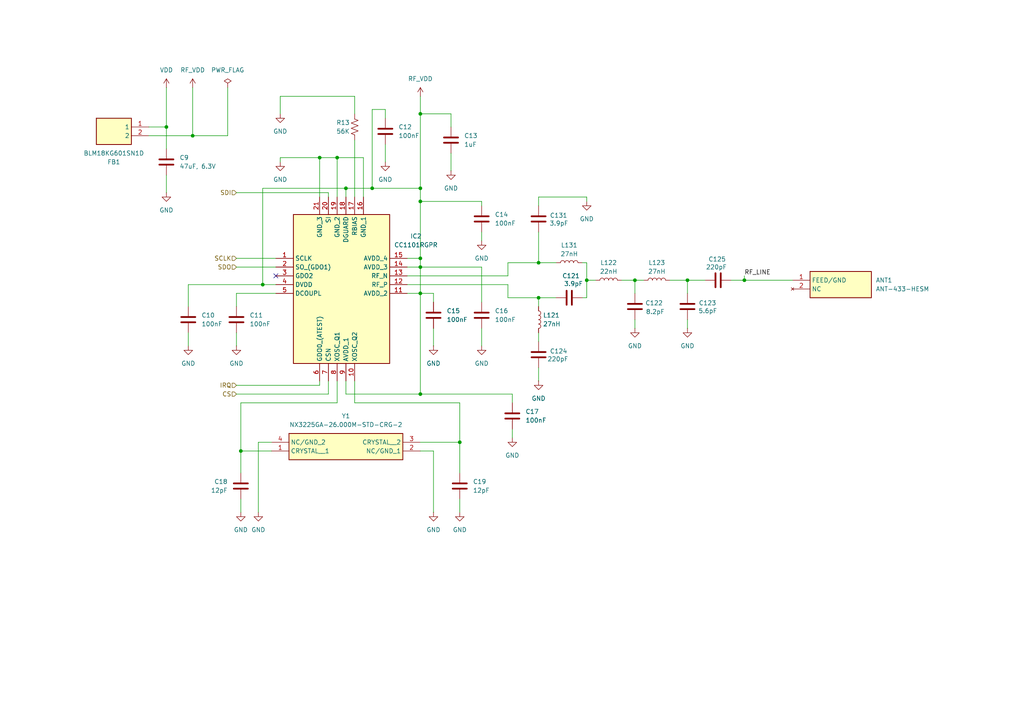
<source format=kicad_sch>
(kicad_sch (version 20250114) (generator "eeschema") (generator_version "9.0")
  (paper "A4")
  (title_block (title "RF") (date "2025-10-20") (rev "REV1.0") (company "NPX4U"))
  (lib_symbols
    (symbol "ANT-433-HESM:ANT-433-HESM"
      (property "Reference" "ANT" (at 24.13 7.62 0))
      (property "Value" "ANT-433-HESM" (at 24.13 5.08 0))
      (symbol "ANT-433-HESM_1_1"
        (rectangle (start 5.08 2.54) (end 22.86 -5.08) (stroke (width 0.254)) (fill (type background)))
        (pin passive line (at 0 0 0) (length 5.08) (name "FEED/GND") (number "1"))
        (pin no_connect line (at 0 -2.54 0) (length 5.08) (name "NC") (number "2"))
      )
    )
    (symbol "BLM18KG601SN1:BLM18KG601SN1D"
      (property "Reference" "FB" (at 16.51 7.62 0))
      (property "Value" "BLM18KG601SN1D" (at 16.51 5.08 0))
      (symbol "BLM18KG601SN1D_1_1"
        (rectangle (start 5.08 2.54) (end 15.24 -5.08) (stroke (width 0.254)) (fill (type background)))
        (pin passive line (at 0 0 0) (length 5.08) (name "1") (number "1"))
        (pin passive line (at 0 -2.54 0) (length 5.08) (name "2") (number "2"))
      )
    )
    (symbol "CC1101RGPR:CC1101RGPR"
      (property "Reference" "IC" (at 34.29 17.78 0))
      (property "Value" "CC1101RGPR" (at 34.29 15.24 0))
      (symbol "CC1101RGPR_1_1"
        (rectangle (start 5.08 12.7) (end 33.02 -30.48) (stroke (width 0.254)) (fill (type background)))
        (pin passive line (at 0 0 0) (length 5.08) (name "SCLK") (number "1"))
        (pin passive line (at 0 -2.54 0) (length 5.08) (name "SO_(GDO1)") (number "2"))
        (pin passive line (at 0 -5.08 0) (length 5.08) (name "GDO2") (number "3"))
        (pin passive line (at 0 -7.62 0) (length 5.08) (name "DVDD") (number "4"))
        (pin passive line (at 0 -10.16 0) (length 5.08) (name "DCOUPL") (number "5"))
        (pin passive line (at 12.7 17.78 270) (length 5.08) (name "GND_3") (number "21"))
        (pin passive line (at 12.7 -35.56 90) (length 5.08) (name "GDO0_(ATEST)") (number "6"))
        (pin passive line (at 15.24 17.78 270) (length 5.08) (name "SI") (number "20"))
        (pin passive line (at 15.24 -35.56 90) (length 5.08) (name "CSN") (number "7"))
        (pin passive line (at 17.78 17.78 270) (length 5.08) (name "GND_2") (number "19"))
        (pin passive line (at 17.78 -35.56 90) (length 5.08) (name "XOSC_Q1") (number "8"))
        (pin passive line (at 20.32 17.78 270) (length 5.08) (name "DGUARD") (number "18"))
        (pin passive line (at 20.32 -35.56 90) (length 5.08) (name "AVDD_1") (number "9"))
        (pin passive line (at 22.86 17.78 270) (length 5.08) (name "RBIAS") (number "17"))
        (pin passive line (at 22.86 -35.56 90) (length 5.08) (name "XOSC_Q2") (number "10"))
        (pin passive line (at 25.4 17.78 270) (length 5.08) (name "GND_1") (number "16"))
        (pin passive line (at 38.1 0 180) (length 5.08) (name "AVDD_4") (number "15"))
        (pin passive line (at 38.1 -2.54 180) (length 5.08) (name "AVDD_3") (number "14"))
        (pin passive line (at 38.1 -5.08 180) (length 5.08) (name "RF_N") (number "13"))
        (pin passive line (at 38.1 -7.62 180) (length 5.08) (name "RF_P") (number "12"))
        (pin passive line (at 38.1 -10.16 180) (length 5.08) (name "AVDD_2") (number "11"))
      )
    )
    (symbol "Device:C" (pin_numbers (hide yes)) (pin_names (offset 0.254))
      (property "Reference" "C" (at 0.635 2.54 0))
      (property "Value" "C" (at 0.635 -2.54 0))
      (symbol "C_0_1"
        (polyline (pts (xy -2.032 0.762) (xy 2.032 0.762)) (stroke (width 0.508)))
        (polyline (pts (xy -2.032 -0.762) (xy 2.032 -0.762)) (stroke (width 0.508)))
      )
      (symbol "C_1_1"
        (pin passive line (at 0 3.81 270) (length 2.794) (name "~") (number "1"))
        (pin passive line (at 0 -3.81 90) (length 2.794) (name "~") (number "2"))
      )
    )
    (symbol "Device:L" (pin_numbers (hide yes)) (pin_names (offset 1.016) (hide yes))
      (property "Reference" "L" (at -1.27 0 90))
      (property "Value" "L" (at 1.905 0 90))
      (symbol "L_0_1"
        (arc (start 0 2.54) (mid 0.6323 1.905) (end 0 1.27))
        (arc (start 0 1.27) (mid 0.6323 0.635) (end 0 0))
        (arc (start 0 0) (mid 0.6323 -0.635) (end 0 -1.27))
        (arc (start 0 -1.27) (mid 0.6323 -1.905) (end 0 -2.54))
      )
      (symbol "L_1_1"
        (pin passive line (at 0 3.81 270) (length 1.27) (name "1") (number "1"))
        (pin passive line (at 0 -3.81 90) (length 1.27) (name "2") (number "2"))
      )
    )
    (symbol "Device:R_US" (pin_numbers (hide yes)) (pin_names (offset 0))
      (property "Reference" "R" (at 2.54 0 90))
      (property "Value" "R_US" (at -2.54 0 90))
      (symbol "R_US_0_1"
        (polyline (pts (xy 0 2.286) (xy 0 2.54)))
        (polyline (pts (xy 0 2.286) (xy 1.016 1.905) (xy 0 1.524) (xy -1.016 1.143) (xy 0 0.762)))
        (polyline (pts (xy 0 0.762) (xy 1.016 0.381) (xy 0 0) (xy -1.016 -0.381) (xy 0 -0.762)))
        (polyline (pts (xy 0 -0.762) (xy 1.016 -1.143) (xy 0 -1.524) (xy -1.016 -1.905) (xy 0 -2.286)))
        (polyline (pts (xy 0 -2.286) (xy 0 -2.54)))
      )
      (symbol "R_US_1_1"
        (pin passive line (at 0 3.81 270) (length 1.27) (name "~") (number "1"))
        (pin passive line (at 0 -3.81 90) (length 1.27) (name "~") (number "2"))
      )
    )
    (symbol "NX3225GA-26_000M-STD-CRG-2:NX3225GA-26.000M-STD-CRG-2"
      (property "Reference" "Y" (at 39.37 7.62 0))
      (property "Value" "NX3225GA-26.000M-STD-CRG-2" (at 39.37 5.08 0))
      (symbol "NX3225GA-26.000M-STD-CRG-2_1_1"
        (rectangle (start 5.08 2.54) (end 38.1 -5.08) (stroke (width 0.254)) (fill (type background)))
        (pin passive line (at 0 0 0) (length 5.08) (name "NC/GND_2") (number "4"))
        (pin passive line (at 0 -2.54 0) (length 5.08) (name "CRYSTAL__1") (number "1"))
        (pin passive line (at 43.18 0 180) (length 5.08) (name "CRYSTAL__2") (number "3"))
        (pin passive line (at 43.18 -2.54 180) (length 5.08) (name "NC/GND_1") (number "2"))
      )
    )
    (symbol "power:GND" (power) (pin_numbers (hide yes)) (pin_names (offset 0) (hide yes))
      (property "Value" "GND" (at 0 -3.81 0))
      (symbol "GND_0_1"
        (polyline (pts (xy 0 0) (xy 0 -1.27) (xy 1.27 -1.27) (xy 0 -2.54) (xy -1.27 -1.27) (xy 0 -1.27)))
      )
      (symbol "GND_1_1"
        (pin power_in line (at 0 0 270) (length 0) (name "~") (number "1"))
      )
    )
    (symbol "power:PWR_FLAG" (power) (pin_numbers (hide yes)) (pin_names (offset 0) (hide yes))
      (property "Value" "PWR_FLAG" (at 0 3.81 0))
      (symbol "PWR_FLAG_0_0"
        (pin power_out line (at 0 0 90) (length 0) (name "~") (number "1"))
      )
      (symbol "PWR_FLAG_0_1"
        (polyline (pts (xy 0 0) (xy 0 1.27) (xy -1.016 1.905) (xy 0 2.54) (xy 1.016 1.905) (xy 0 1.27)))
      )
    )
    (symbol "power:VDD" (power) (pin_numbers (hide yes)) (pin_names (offset 0) (hide yes))
      (property "Value" "VDD" (at 0 3.556 0))
      (symbol "VDD_0_1"
        (polyline (pts (xy -0.762 1.27) (xy 0 2.54)))
        (polyline (pts (xy 0 2.54) (xy 0.762 1.27)))
        (polyline (pts (xy 0 0) (xy 0 2.54)))
      )
      (symbol "VDD_1_1"
        (pin power_in line (at 0 0 90) (length 0) (name "~") (number "1"))
      )
    )
  )
  (junction (at 92.71 45.72))
  (junction (at 199.39 81.28))
  (junction (at 156.21 86.36))
  (junction (at 121.92 58.42))
  (junction (at 100.33 54.61))
  (junction (at 121.92 33.02))
  (junction (at 121.92 74.93))
  (junction (at 184.15 81.28))
  (junction (at 215.9 81.28))
  (junction (at 133.35 128.27))
  (junction (at 48.26 36.83))
  (junction (at 156.21 76.2))
  (junction (at 121.92 54.61))
  (junction (at 121.92 77.47))
  (junction (at 121.92 114.3))
  (junction (at 170.18 81.28))
  (junction (at 107.95 54.61))
  (junction (at 69.85 130.81))
  (junction (at 76.2 82.55))
  (junction (at 97.79 45.72))
  (junction (at 55.88 39.37))
  (junction (at 121.92 85.09))
  (no_connect (at 80.01 80.01))
  (wire (pts (xy 170.18 76.2) (xy 168.91 76.2)))
  (wire (pts (xy 121.92 114.3) (xy 121.92 85.09)))
  (wire (pts (xy 102.87 116.84) (xy 102.87 110.49)))
  (wire (pts (xy 139.7 58.42) (xy 139.7 59.69)))
  (wire (pts (xy 102.87 27.94) (xy 102.87 33.02)))
  (wire (pts (xy 105.41 45.72) (xy 105.41 57.15)))
  (wire (pts (xy 81.28 45.72) (xy 92.71 45.72)))
  (wire (pts (xy 97.79 116.84) (xy 97.79 110.49)))
  (wire (pts (xy 139.7 67.31) (xy 139.7 69.85)))
  (wire (pts (xy 125.73 130.81) (xy 125.73 148.59)))
  (wire (pts (xy 111.76 41.91) (xy 111.76 46.99)))
  (wire (pts (xy 170.18 58.42) (xy 170.18 57.15)))
  (wire (pts (xy 184.15 92.71) (xy 184.15 95.25)))
  (wire (pts (xy 107.95 54.61) (xy 121.92 54.61)))
  (wire (pts (xy 95.25 114.3) (xy 95.25 110.49)))
  (wire (pts (xy 54.61 96.52) (xy 54.61 100.33)))
  (wire (pts (xy 121.92 77.47) (xy 121.92 74.93)))
  (wire (pts (xy 55.88 39.37) (xy 43.18 39.37)))
  (wire (pts (xy 199.39 92.71) (xy 199.39 95.25)))
  (wire (pts (xy 170.18 81.28) (xy 172.72 81.28)))
  (wire (pts (xy 100.33 57.15) (xy 100.33 54.61)))
  (wire (pts (xy 121.92 54.61) (xy 121.92 58.42)))
  (wire (pts (xy 121.92 130.81) (xy 125.73 130.81)))
  (wire (pts (xy 68.58 96.52) (xy 68.58 100.33)))
  (wire (pts (xy 147.32 82.55) (xy 147.32 86.36)))
  (wire (pts (xy 95.25 55.88) (xy 95.25 57.15)))
  (wire (pts (xy 184.15 81.28) (xy 186.69 81.28)))
  (wire (pts (xy 80.01 82.55) (xy 76.2 82.55)))
  (wire (pts (xy 74.93 128.27) (xy 78.74 128.27)))
  (wire (pts (xy 156.21 106.68) (xy 156.21 110.49)))
  (wire (pts (xy 68.58 74.93) (xy 80.01 74.93)))
  (wire (pts (xy 139.7 95.25) (xy 139.7 100.33)))
  (wire (pts (xy 133.35 137.16) (xy 133.35 128.27)))
  (wire (pts (xy 147.32 76.2) (xy 156.21 76.2)))
  (wire (pts (xy 156.21 76.2) (xy 161.29 76.2)))
  (wire (pts (xy 130.81 33.02) (xy 121.92 33.02)))
  (wire (pts (xy 184.15 81.28) (xy 184.15 85.09)))
  (wire (pts (xy 92.71 45.72) (xy 97.79 45.72)))
  (wire (pts (xy 199.39 81.28) (xy 204.47 81.28)))
  (wire (pts (xy 68.58 55.88) (xy 95.25 55.88)))
  (wire (pts (xy 212.09 81.28) (xy 215.9 81.28)))
  (wire (pts (xy 81.28 33.02) (xy 81.28 27.94)))
  (wire (pts (xy 69.85 137.16) (xy 69.85 130.81)))
  (wire (pts (xy 68.58 85.09) (xy 80.01 85.09)))
  (wire (pts (xy 139.7 87.63) (xy 139.7 77.47)))
  (wire (pts (xy 76.2 82.55) (xy 76.2 54.61)))
  (wire (pts (xy 121.92 58.42) (xy 121.92 74.93)))
  (wire (pts (xy 69.85 144.78) (xy 69.85 148.59)))
  (wire (pts (xy 107.95 31.75) (xy 107.95 54.61)))
  (wire (pts (xy 54.61 88.9) (xy 54.61 82.55)))
  (wire (pts (xy 170.18 86.36) (xy 170.18 81.28)))
  (wire (pts (xy 74.93 148.59) (xy 74.93 128.27)))
  (wire (pts (xy 118.11 85.09) (xy 121.92 85.09)))
  (wire (pts (xy 54.61 82.55) (xy 76.2 82.55)))
  (wire (pts (xy 156.21 57.15) (xy 156.21 59.69)))
  (wire (pts (xy 130.81 44.45) (xy 130.81 49.53)))
  (wire (pts (xy 121.92 114.3) (xy 148.59 114.3)))
  (wire (pts (xy 215.9 80.01) (xy 215.9 81.28)))
  (wire (pts (xy 118.11 77.47) (xy 121.92 77.47)))
  (wire (pts (xy 69.85 116.84) (xy 97.79 116.84)))
  (wire (pts (xy 68.58 114.3) (xy 95.25 114.3)))
  (wire (pts (xy 121.92 85.09) (xy 121.92 77.47)))
  (wire (pts (xy 76.2 54.61) (xy 100.33 54.61)))
  (wire (pts (xy 68.58 77.47) (xy 80.01 77.47)))
  (wire (pts (xy 69.85 130.81) (xy 78.74 130.81)))
  (wire (pts (xy 156.21 86.36) (xy 161.29 86.36)))
  (wire (pts (xy 156.21 67.31) (xy 156.21 76.2)))
  (wire (pts (xy 147.32 86.36) (xy 156.21 86.36)))
  (wire (pts (xy 100.33 114.3) (xy 121.92 114.3)))
  (wire (pts (xy 170.18 57.15) (xy 156.21 57.15)))
  (wire (pts (xy 97.79 45.72) (xy 97.79 57.15)))
  (wire (pts (xy 92.71 57.15) (xy 92.71 45.72)))
  (wire (pts (xy 43.18 36.83) (xy 48.26 36.83)))
  (wire (pts (xy 156.21 96.52) (xy 156.21 99.06)))
  (wire (pts (xy 180.34 81.28) (xy 184.15 81.28)))
  (wire (pts (xy 92.71 111.76) (xy 92.71 110.49)))
  (wire (pts (xy 111.76 31.75) (xy 107.95 31.75)))
  (wire (pts (xy 48.26 36.83) (xy 48.26 25.4)))
  (wire (pts (xy 81.28 27.94) (xy 102.87 27.94)))
  (wire (pts (xy 148.59 114.3) (xy 148.59 116.84)))
  (wire (pts (xy 81.28 46.99) (xy 81.28 45.72)))
  (wire (pts (xy 147.32 76.2) (xy 147.32 80.01)))
  (wire (pts (xy 100.33 110.49) (xy 100.33 114.3)))
  (wire (pts (xy 121.92 27.94) (xy 121.92 33.02)))
  (wire (pts (xy 68.58 88.9) (xy 68.58 85.09)))
  (wire (pts (xy 199.39 85.09) (xy 199.39 81.28)))
  (wire (pts (xy 118.11 82.55) (xy 147.32 82.55)))
  (wire (pts (xy 55.88 25.4) (xy 55.88 39.37)))
  (wire (pts (xy 66.04 39.37) (xy 55.88 39.37)))
  (wire (pts (xy 121.92 33.02) (xy 121.92 54.61)))
  (wire (pts (xy 118.11 80.01) (xy 147.32 80.01)))
  (wire (pts (xy 156.21 86.36) (xy 156.21 88.9)))
  (wire (pts (xy 66.04 25.4) (xy 66.04 39.37)))
  (wire (pts (xy 133.35 116.84) (xy 102.87 116.84)))
  (wire (pts (xy 121.92 85.09) (xy 125.73 85.09)))
  (wire (pts (xy 121.92 128.27) (xy 133.35 128.27)))
  (wire (pts (xy 170.18 81.28) (xy 170.18 76.2)))
  (wire (pts (xy 139.7 77.47) (xy 121.92 77.47)))
  (wire (pts (xy 48.26 50.8) (xy 48.26 55.88)))
  (wire (pts (xy 125.73 95.25) (xy 125.73 100.33)))
  (wire (pts (xy 48.26 36.83) (xy 48.26 43.18)))
  (wire (pts (xy 133.35 128.27) (xy 133.35 116.84)))
  (wire (pts (xy 133.35 144.78) (xy 133.35 148.59)))
  (wire (pts (xy 69.85 130.81) (xy 69.85 116.84)))
  (wire (pts (xy 194.31 81.28) (xy 199.39 81.28)))
  (wire (pts (xy 97.79 45.72) (xy 105.41 45.72)))
  (wire (pts (xy 121.92 74.93) (xy 118.11 74.93)))
  (wire (pts (xy 125.73 87.63) (xy 125.73 85.09)))
  (wire (pts (xy 148.59 124.46) (xy 148.59 127)))
  (wire (pts (xy 68.58 111.76) (xy 92.71 111.76)))
  (wire (pts (xy 121.92 58.42) (xy 139.7 58.42)))
  (wire (pts (xy 100.33 54.61) (xy 107.95 54.61)))
  (wire (pts (xy 215.9 81.28) (xy 229.87 81.28)))
  (wire (pts (xy 111.76 31.75) (xy 111.76 34.29)))
  (wire (pts (xy 130.81 36.83) (xy 130.81 33.02)))
  (wire (pts (xy 168.91 86.36) (xy 170.18 86.36)))
  (wire (pts (xy 102.87 40.64) (xy 102.87 57.15)))
  (label "RF_LINE" (at 215.9 80.01 0))
  (hierarchical_label "CS" (shape input) (at 68.58 114.3 180))
  (hierarchical_label "SDO" (shape input) (at 68.58 77.47 180))
  (hierarchical_label "SDI" (shape input) (at 68.58 55.88 180))
  (hierarchical_label "IRQ" (shape input) (at 68.58 111.76 180))
  (hierarchical_label "SCLK" (shape input) (at 68.58 74.93 180))
  (symbol (lib_id "Device:L") (at 165.1 76.2 90) (unit 1)
    (property "Reference" "L131" (at 165.1 71.12 90))
    (property "Value" "27nH" (at 165.1 73.66 90))
    (property "Footprint" "Inductor_SMD:L_0402_1005Metric" (effects (hide yes)))
    (property "Description" "Inductor" (effects (hide yes)))
    (property "Mouser Part Number" "81-LQG15HS27NJ02D" (effects (hide yes)))
    (property "Supplier Link" "https://pt.mouser.com/ProductDetail/Murata-Electronics/LQG15HS27NJ02D?qs=ctz47l0uL1AbPpSO0oLF1A%3D%3D" (effects (hide yes)))
    (property "Manufacturer" "Murata" (effects (hide yes)))
    (property "Manufacturer Part Number" "LQG15HS27NJ02D" (effects (hide yes)))
  )
  (symbol (lib_id "power:VDD") (at 48.26 25.4 0) (unit 1)
    (property "Reference" "#PWR016" (effects (hide yes)))
    (property "Value" "VDD" (at 48.26 20.32 0))
    (property "Description" "Power symbol creates a global label with name \"VDD\"" (effects (hide yes)))
  )
  (symbol (lib_id "power:GND") (at 199.39 95.25 0) (unit 1)
    (property "Reference" "#PWR037" (effects (hide yes)))
    (property "Value" "GND" (at 199.39 100.33 0))
    (property "Description" "Power symbol creates a global label with name \"GND\" , ground" (effects (hide yes)))
  )
  (symbol (lib_id "Device:C") (at 165.1 86.36 270) (unit 1)
    (property "Reference" "C121" (at 163.068 80.01 90) (effects (justify left)))
    (property "Value" "3.9pF" (at 163.576 82.296 90) (effects (justify left)))
    (property "Footprint" "Capacitor_SMD:C_0402_1005Metric" (effects (hide yes)))
    (property "Description" "Unpolarized capacitor" (effects (hide yes)))
    (property "Mouser Part Number" "81-GRM1555C1E3R9CA1D" (effects (hide yes)))
    (property "Supplier Link" "https://pt.mouser.com/ProductDetail/Murata-Electronics/GRM1555C1E3R9CA01D?qs=ouTquLLW2S6No2iW5vpMPQ%3D%3D" (effects (hide yes)))
    (property "Manufacturer" "Murata" (effects (hide yes)))
    (property "Manufacturer Part Number" "GRM1555C1E3R9CA1D" (effects (hide yes)))
  )
  (symbol (lib_id "Device:C") (at 208.28 81.28 90) (unit 1)
    (property "Reference" "C125" (at 210.566 75.184 90) (effects (justify left)))
    (property "Value" "220pF" (at 210.8199 77.47 90) (effects (justify left)))
    (property "Footprint" "Capacitor_SMD:C_0402_1005Metric" (effects (hide yes)))
    (property "Description" "Unpolarized capacitor" (effects (hide yes)))
    (property "Mouser Part Number" "81-GRM0225C1C221JA2L" (effects (hide yes)))
    (property "Supplier Link" "https://pt.mouser.com/ProductDetail/Murata-Electronics/GRM0225C1C221JA02L?qs=lEfY3O89AqnY4bex5XeRTw%3D%3D" (effects (hide yes)))
    (property "Manufacturer" "Murata" (effects (hide yes)))
    (property "Manufacturer Part Number" "GRM0225C1C221JA2L" (effects (hide yes)))
  )
  (symbol (lib_id "Device:R_US") (at 102.87 36.83 180) (unit 1)
    (property "Reference" "R13" (at 97.536 35.56 0) (effects (justify right)))
    (property "Value" "56K" (at 97.536 38.1 0) (effects (justify right)))
    (property "Footprint" "Resistor_SMD:R_0402_1005Metric" (effects (hide yes)))
    (property "Description" "Resistor, US symbol" (effects (hide yes)))
    (property "Mouser Part Number" "667-ERJ-PA2F5602X" (effects (hide yes)))
    (property "Supplier Link" "https://pt.mouser.com/ProductDetail/Panasonic/ERJ-PA2F5602X?qs=sGAEpiMZZMvdGkrng054t39FRO7iDkA6z1H%252BqyfqNLr9YdfcpMbawA%3D%3D" (effects (hide yes)))
    (property "Manufacturer" "Panasonic" (effects (hide yes)))
    (property "Manufacturer Part Number" "ERJ-PA2F5602X" (effects (hide yes)))
  )
  (symbol (lib_id "Device:C") (at 156.21 63.5 180) (unit 1)
    (property "Reference" "C131" (at 164.592 62.484 0) (effects (justify left)))
    (property "Value" "3.9pF" (at 164.846 64.77 0) (effects (justify left)))
    (property "Footprint" "Capacitor_SMD:C_0402_1005Metric" (effects (hide yes)))
    (property "Description" "Unpolarized capacitor" (effects (hide yes)))
    (property "Mouser Part Number" "81-GRM1555C1E3R9CA1D" (effects (hide yes)))
    (property "Supplier Link" "https://pt.mouser.com/ProductDetail/Murata-Electronics/GRM1555C1E3R9CA01D?qs=ouTquLLW2S6No2iW5vpMPQ%3D%3D" (effects (hide yes)))
    (property "Manufacturer" "Murata" (effects (hide yes)))
    (property "Manufacturer Part Number" "GRM1555C1E3R9CA1D" (effects (hide yes)))
  )
  (symbol (lib_id "Device:L") (at 156.21 92.71 0) (unit 1)
    (property "Reference" "L121" (at 157.48 91.4399 0) (effects (justify left)))
    (property "Value" "27nH" (at 157.48 93.9799 0) (effects (justify left)))
    (property "Footprint" "Inductor_SMD:L_0402_1005Metric" (effects (hide yes)))
    (property "Description" "Inductor" (effects (hide yes)))
    (property "Mouser Part Number" "81-LQG15HS27NJ02D" (effects (hide yes)))
    (property "Supplier Link" "https://pt.mouser.com/ProductDetail/Murata-Electronics/LQG15HS27NJ02D?qs=ctz47l0uL1AbPpSO0oLF1A%3D%3D" (effects (hide yes)))
    (property "Manufacturer" "Murata" (effects (hide yes)))
    (property "Manufacturer Part Number" "LQG15HS27NJ02D" (effects (hide yes)))
  )
  (symbol (lib_id "power:GND") (at 54.61 100.33 0) (unit 1)
    (property "Reference" "#PWR051" (effects (hide yes)))
    (property "Value" "GND" (at 54.61 105.41 0))
    (property "Description" "Power symbol creates a global label with name \"GND\" , ground" (effects (hide yes)))
  )
  (symbol (lib_id "power:GND") (at 130.81 49.53 0) (unit 1)
    (property "Reference" "#PWR049" (effects (hide yes)))
    (property "Value" "GND" (at 130.81 54.61 0))
    (property "Description" "Power symbol creates a global label with name \"GND\" , ground" (effects (hide yes)))
  )
  (symbol (lib_id "CC1101RGPR:CC1101RGPR") (at 80.01 74.93 0) (unit 1)
    (property "Reference" "IC2" (at 120.65 68.5098 0))
    (property "Value" "CC1101RGPR" (at 120.65 71.0498 0))
    (property "Footprint" "MyParts:QFN50P400X400X100-21N-D" (effects (hide yes)))
    (property "Datasheet" "http://www.ti.com/lit/gpn/cc1101" (effects (hide yes)))
    (property "Description" "Low-Power Sub-1GHz RF Transceiver" (effects (hide yes)))
    (property "Height" "1" (effects (hide yes)))
    (property "Mouser Part Number" "595-CC1101RGPR" (effects (hide yes)))
    (property "Supplier Link" "https://www.mouser.co.uk/ProductDetail/Texas-Instruments/CC1101RGPR?qs=OHhYoCux73lreNWI41kZ9Q%3D%3D" (effects (hide yes)))
    (property "Manufacturer" "Texas Instruments" (effects (hide yes)))
    (property "Manufacturer Part Number" "CC1101RGPR" (effects (hide yes)))
  )
  (symbol (lib_id "Device:C") (at 156.21 102.87 180) (unit 1)
    (property "Reference" "C124" (at 164.592 101.854 0) (effects (justify left)))
    (property "Value" "220pF" (at 164.846 104.14 0) (effects (justify left)))
    (property "Footprint" "Capacitor_SMD:C_0402_1005Metric" (effects (hide yes)))
    (property "Description" "Unpolarized capacitor" (effects (hide yes)))
    (property "Mouser Part Number" "81-GRM0225C1C221JA2L" (effects (hide yes)))
    (property "Supplier Link" "https://pt.mouser.com/ProductDetail/Murata-Electronics/GRM0225C1C221JA02L?qs=lEfY3O89AqnY4bex5XeRTw%3D%3D" (effects (hide yes)))
    (property "Manufacturer" "Murata" (effects (hide yes)))
    (property "Manufacturer Part Number" "GRM0225C1C221JA2L" (effects (hide yes)))
  )
  (symbol (lib_id "Device:C") (at 148.59 120.65 0) (unit 1)
    (property "Reference" "C17" (at 152.4 119.3799 0) (effects (justify left)))
    (property "Value" "100nF" (at 152.4 121.9199 0) (effects (justify left)))
    (property "Footprint" "Capacitor_SMD:C_0402_1005Metric" (effects (hide yes)))
    (property "Description" "Unpolarized capacitor" (effects (hide yes)))
    (property "Mouser Part Number" "603-CC402KRX7R7BB104" (effects (hide yes)))
    (property "Supplier Link" "https://pt.mouser.com/ProductDetail/YAGEO/CC0402KRX7R7BB104?qs=AgBp2OyFlx%252BSOyhfyS7hpw%3D%3D" (effects (hide yes)))
    (property "Manufacturer" "Yageo" (effects (hide yes)))
    (property "Manufacturer Part Number" "CC0402KRX7R7BB104" (effects (hide yes)))
  )
  (symbol (lib_id "Device:L") (at 190.5 81.28 90) (unit 1)
    (property "Reference" "L123" (at 190.5 76.2 90))
    (property "Value" "27nH" (at 190.5 78.74 90))
    (property "Footprint" "Inductor_SMD:L_0402_1005Metric" (effects (hide yes)))
    (property "Description" "Inductor" (effects (hide yes)))
    (property "Mouser Part Number" "81-LQG15HS27NJ02D" (effects (hide yes)))
    (property "Supplier Link" "https://pt.mouser.com/ProductDetail/Murata-Electronics/LQG15HS27NJ02D?qs=ctz47l0uL1AbPpSO0oLF1A%3D%3D" (effects (hide yes)))
    (property "Manufacturer" "Murata" (effects (hide yes)))
    (property "Manufacturer Part Number" "LQG15HS27NJ02D" (effects (hide yes)))
  )
  (symbol (lib_id "Device:C") (at 133.35 140.97 0) (unit 1)
    (property "Reference" "C19" (at 137.16 139.6999 0) (effects (justify left)))
    (property "Value" "12pF" (at 137.16 142.2399 0) (effects (justify left)))
    (property "Footprint" "Capacitor_SMD:C_0402_1005Metric" (effects (hide yes)))
    (property "Description" "Unpolarized capacitor" (effects (hide yes)))
    (property "Mouser Part Number" "81-GRM1555C1H120FA1D" (effects (hide yes)))
    (property "Supplier Link" "https://pt.mouser.com/ProductDetail/Murata-Electronics/GRM1555C1H120FA01D?qs=ouTquLLW2S4GiX6b03cbUg%3D%3D" (effects (hide yes)))
    (property "Manufacturer" "Murata Electronics" (effects (hide yes)))
    (property "Manufacturer Part Number" "GRM1555C1H120FA1D" (effects (hide yes)))
  )
  (symbol (lib_id "BLM18KG601SN1:BLM18KG601SN1D") (at 43.18 36.83 0) (mirror y) (unit 1)
    (property "Reference" "FB1" (at 33.02 46.99 0))
    (property "Value" "BLM18KG601SN1D" (at 33.02 44.45 0))
    (property "Footprint" "MyParts:BLM18SP221SN1B" (effects (hide yes)))
    (property "Datasheet" "http://www.murata.com/~/media/webrenewal/support/library/catalog/products/emc/emifil/c31e.ashx?la=en-gb" (effects (hide yes)))
    (property "Description" "BLM18_N1D Series EMI Suppression Filter 600+/-25% at 100MHz 1.3A @85" (effects (hide yes)))
    (property "Height" "0.95" (effects (hide yes)))
    (property "Mouser Part Number" "81-BLM18KG601SN1D" (effects (hide yes)))
    (property "Supplier Link" "https://www.mouser.co.uk/ProductDetail/Murata-Electronics/BLM18KG601SN1D?qs=rvfpa0%252BU10NPWIt745bDHg%3D%3D" (effects (hide yes)))
    (property "Manufacturer" "Murata Electronics" (effects (hide yes)))
    (property "Manufacturer Part Number" "BLM18KG601SN1D" (effects (hide yes)))
  )
  (symbol (lib_id "power:GND") (at 170.18 58.42 0) (unit 1)
    (property "Reference" "#PWR035" (effects (hide yes)))
    (property "Value" "GND" (at 170.18 63.5 0))
    (property "Description" "Power symbol creates a global label with name \"GND\" , ground" (effects (hide yes)))
  )
  (symbol (lib_id "power:VDD") (at 121.92 27.94 0) (unit 1)
    (property "Reference" "#PWR039" (effects (hide yes)))
    (property "Value" "RF_VDD" (at 121.92 22.86 0))
    (property "Description" "Power symbol creates a global label with name \"VDD\"" (effects (hide yes)))
  )
  (symbol (lib_id "Device:C") (at 139.7 63.5 0) (unit 1)
    (property "Reference" "C14" (at 143.51 62.2299 0) (effects (justify left)))
    (property "Value" "100nF" (at 143.51 64.7699 0) (effects (justify left)))
    (property "Footprint" "Capacitor_SMD:C_0402_1005Metric" (effects (hide yes)))
    (property "Description" "Unpolarized capacitor" (effects (hide yes)))
    (property "Mouser Part Number" "603-CC402KRX7R7BB104" (effects (hide yes)))
    (property "Supplier Link" "https://pt.mouser.com/ProductDetail/YAGEO/CC0402KRX7R7BB104?qs=AgBp2OyFlx%252BSOyhfyS7hpw%3D%3D" (effects (hide yes)))
    (property "Manufacturer" "Yageo" (effects (hide yes)))
    (property "Manufacturer Part Number" "CC0402KRX7R7BB104" (effects (hide yes)))
  )
  (symbol (lib_id "power:GND") (at 125.73 148.59 0) (unit 1)
    (property "Reference" "#PWR046" (effects (hide yes)))
    (property "Value" "GND" (at 125.73 153.67 0))
    (property "Description" "Power symbol creates a global label with name \"GND\" , ground" (effects (hide yes)))
  )
  (symbol (lib_id "Device:C") (at 68.58 92.71 0) (unit 1)
    (property "Reference" "C11" (at 72.39 91.4399 0) (effects (justify left)))
    (property "Value" "100nF" (at 72.39 93.9799 0) (effects (justify left)))
    (property "Footprint" "Capacitor_SMD:C_0402_1005Metric" (effects (hide yes)))
    (property "Description" "Unpolarized capacitor" (effects (hide yes)))
    (property "Mouser Part Number" "603-CC402KRX7R7BB104" (effects (hide yes)))
    (property "Supplier Link" "https://pt.mouser.com/ProductDetail/YAGEO/CC0402KRX7R7BB104?qs=AgBp2OyFlx%252BSOyhfyS7hpw%3D%3D" (effects (hide yes)))
    (property "Manufacturer" "Yageo" (effects (hide yes)))
    (property "Manufacturer Part Number" "CC0402KRX7R7BB104" (effects (hide yes)))
  )
  (symbol (lib_id "power:GND") (at 68.58 100.33 0) (unit 1)
    (property "Reference" "#PWR038" (effects (hide yes)))
    (property "Value" "GND" (at 68.58 105.41 0))
    (property "Description" "Power symbol creates a global label with name \"GND\" , ground" (effects (hide yes)))
  )
  (symbol (lib_id "power:GND") (at 48.26 55.88 0) (unit 1)
    (property "Reference" "#PWR048" (effects (hide yes)))
    (property "Value" "GND" (at 48.26 60.96 0))
    (property "Description" "Power symbol creates a global label with name \"GND\" , ground" (effects (hide yes)))
  )
  (symbol (lib_id "power:GND") (at 81.28 46.99 0) (unit 1)
    (property "Reference" "#PWR017" (effects (hide yes)))
    (property "Value" "GND" (at 81.28 52.07 0))
    (property "Description" "Power symbol creates a global label with name \"GND\" , ground" (effects (hide yes)))
  )
  (symbol (lib_id "ANT-433-HESM:ANT-433-HESM") (at 229.87 81.28 0) (unit 1)
    (property "Reference" "ANT1" (at 254 81.2799 0) (effects (justify left)))
    (property "Value" "ANT-433-HESM" (at 254 83.8199 0) (effects (justify left)))
    (property "Footprint" "MyParts:ANT433HESM" (effects (hide yes)))
    (property "Datasheet" "https://linxtechnologies.com/wp/wp-content/uploads/ant-433-hesm.pdf" (effects (hide yes)))
    (property "Description" "Antennas SMD 1/4 Wave Helical 433MHz" (effects (hide yes)))
    (property "Height" "8.89" (effects (hide yes)))
    (property "Mouser Part Number" "712-ANT-433-HESM" (effects (hide yes)))
    (property "Mouser Price/Stock" "https://www.mouser.co.uk/ProductDetail/Linx-Technologies/ANT-433-HESM?qs=K5ta8V%252BWhtaL51wZ0r00Gw%3D%3D" (effects (hide yes)))
    (property "Manufacturer_Name" "TE Connectivity" (effects (hide yes)))
    (property "Manufacturer_Part_Number" "ANT-433-HESM" (effects (hide yes)))
  )
  (symbol (lib_id "power:GND") (at 125.73 100.33 0) (unit 1)
    (property "Reference" "#PWR050" (effects (hide yes)))
    (property "Value" "GND" (at 125.73 105.41 0))
    (property "Description" "Power symbol creates a global label with name \"GND\" , ground" (effects (hide yes)))
  )
  (symbol (lib_id "power:GND") (at 156.21 110.49 0) (unit 1)
    (property "Reference" "#PWR036" (effects (hide yes)))
    (property "Value" "GND" (at 156.21 115.57 0))
    (property "Description" "Power symbol creates a global label with name \"GND\" , ground" (effects (hide yes)))
  )
  (symbol (lib_id "Device:C") (at 125.73 91.44 0) (unit 1)
    (property "Reference" "C15" (at 129.54 90.1699 0) (effects (justify left)))
    (property "Value" "100nF" (at 129.54 92.7099 0) (effects (justify left)))
    (property "Footprint" "Capacitor_SMD:C_0402_1005Metric" (effects (hide yes)))
    (property "Description" "Unpolarized capacitor" (effects (hide yes)))
    (property "Mouser Part Number" "603-CC402KRX7R7BB104" (effects (hide yes)))
    (property "Supplier Link" "https://pt.mouser.com/ProductDetail/YAGEO/CC0402KRX7R7BB104?qs=AgBp2OyFlx%252BSOyhfyS7hpw%3D%3D" (effects (hide yes)))
    (property "Manufacturer" "Yageo" (effects (hide yes)))
    (property "Manufacturer Part Number" "CC0402KRX7R7BB104" (effects (hide yes)))
  )
  (symbol (lib_id "Device:C") (at 48.26 46.99 0) (unit 1)
    (property "Reference" "C9" (at 52.07 45.7199 0) (effects (justify left)))
    (property "Value" "47uF, 6.3V" (at 52.07 48.2599 0) (effects (justify left)))
    (property "Footprint" "Capacitor_SMD:C_1206_3216Metric" (effects (hide yes)))
    (property "Description" "Unpolarized capacitor" (effects (hide yes)))
    (property "Mouser Part Number" "963-JMK325B7476MM-PR" (effects (hide yes)))
    (property "Supplier Link" "https://pt.mouser.com/ProductDetail/TAIYO-YUDEN/JMK325B7476MM-PR?qs=Zy5V7Kj3rCX4DwGK2%252BK4QQ%3D%3D" (effects (hide yes)))
    (property "Manufacturer" "TAYO YUDEN" (effects (hide yes)))
    (property "Manufacturer Part Number" "JMK325B7476MM-PR" (effects (hide yes)))
  )
  (symbol (lib_id "power:GND") (at 69.85 148.59 0) (unit 1)
    (property "Reference" "#PWR042" (effects (hide yes)))
    (property "Value" "GND" (at 69.85 153.67 0))
    (property "Description" "Power symbol creates a global label with name \"GND\" , ground" (effects (hide yes)))
  )
  (symbol (lib_id "power:GND") (at 139.7 69.85 0) (unit 1)
    (property "Reference" "#PWR053" (effects (hide yes)))
    (property "Value" "GND" (at 139.7 74.93 0))
    (property "Description" "Power symbol creates a global label with name \"GND\" , ground" (effects (hide yes)))
  )
  (symbol (lib_id "Device:C") (at 69.85 140.97 0) (mirror y) (unit 1)
    (property "Reference" "C18" (at 66.04 139.6999 0) (effects (justify left)))
    (property "Value" "12pF" (at 66.04 142.2399 0) (effects (justify left)))
    (property "Footprint" "Capacitor_SMD:C_0402_1005Metric" (effects (hide yes)))
    (property "Description" "Unpolarized capacitor" (effects (hide yes)))
    (property "Mouser Part Number" "81-GRM1555C1H120FA1D" (effects (hide yes)))
    (property "Supplier Link" "https://pt.mouser.com/ProductDetail/Murata-Electronics/GRM1555C1H120FA01D?qs=ouTquLLW2S4GiX6b03cbUg%3D%3D" (effects (hide yes)))
    (property "Manufacturer" "Murata Electronics" (effects (hide yes)))
    (property "Manufacturer Part Number" "GRM1555C1H120FA1D" (effects (hide yes)))
  )
  (symbol (lib_id "Device:L") (at 176.53 81.28 90) (unit 1)
    (property "Reference" "L122" (at 176.53 76.2 90))
    (property "Value" "22nH" (at 176.53 78.74 90))
    (property "Footprint" "Inductor_SMD:L_0402_1005Metric" (effects (hide yes)))
    (property "Description" "Inductor" (effects (hide yes)))
    (property "Mouser Part Number" "81-LQW15CA22NJ00D" (effects (hide yes)))
    (property "Supplier Link" "https://pt.mouser.com/ProductDetail/Murata-Electronics/LQW15CA22NJ00D?qs=Ih85XBhZ45nD2zf1i7dFzg%3D%3D" (effects (hide yes)))
    (property "Manufacturer" "Murata" (effects (hide yes)))
    (property "Manufacturer Part Number" "LQW15CA22NJ00D" (effects (hide yes)))
  )
  (symbol (lib_id "power:GND") (at 111.76 46.99 0) (unit 1)
    (property "Reference" "#PWR058" (effects (hide yes)))
    (property "Value" "GND" (at 111.76 52.07 0))
    (property "Description" "Power symbol creates a global label with name \"GND\" , ground" (effects (hide yes)))
  )
  (symbol (lib_id "Device:C") (at 130.81 40.64 0) (unit 1)
    (property "Reference" "C13" (at 134.62 39.3699 0) (effects (justify left)))
    (property "Value" "1uF" (at 134.62 41.9099 0) (effects (justify left)))
    (property "Footprint" "Capacitor_SMD:C_0402_1005Metric" (effects (hide yes)))
    (property "Description" "Unpolarized capacitor" (effects (hide yes)))
    (property "Mouser Part Number" "81-GXT155R60J105KE1D" (effects (hide yes)))
    (property "Supplier Link" "https://pt.mouser.com/ProductDetail/Murata-Electronics/GXT155R60J105KE01D?qs=d0WKAl%252BL4Kb4JfV7cPss8A%3D%3D" (effects (hide yes)))
    (property "Manufacturer" "Murata" (effects (hide yes)))
    (property "Manufacturer Part Number" "GXT155R60J105KE01D " (effects (hide yes)))
  )
  (symbol (lib_id "Device:C") (at 199.39 88.9 180) (unit 1)
    (property "Reference" "C123" (at 207.772 87.884 0) (effects (justify left)))
    (property "Value" "5.6pF" (at 208.026 90.17 0) (effects (justify left)))
    (property "Footprint" "Capacitor_SMD:C_0402_1005Metric" (effects (hide yes)))
    (property "Description" "Unpolarized capacitor" (effects (hide yes)))
    (property "Mouser Part Number" "81-GCQ0335C1H5R6BB1D" (effects (hide yes)))
    (property "Supplier Link" "https://pt.mouser.com/ProductDetail/Murata-Electronics/GCQ0335C1H5R6BB01D?qs=HoCaDK9Nz5fxVFeyXeqN4A%3D%3D" (effects (hide yes)))
    (property "Manufacturer" "Murata" (effects (hide yes)))
    (property "Manufacturer Part Number" "GCQ0335C1H5R6BB1D" (effects (hide yes)))
  )
  (symbol (lib_id "power:GND") (at 184.15 95.25 0) (unit 1)
    (property "Reference" "#PWR060" (effects (hide yes)))
    (property "Value" "GND" (at 184.15 100.33 0))
    (property "Description" "Power symbol creates a global label with name \"GND\" , ground" (effects (hide yes)))
  )
  (symbol (lib_id "power:GND") (at 81.28 33.02 0) (unit 1)
    (property "Reference" "#PWR041" (effects (hide yes)))
    (property "Value" "GND" (at 81.28 38.1 0))
    (property "Description" "Power symbol creates a global label with name \"GND\" , ground" (effects (hide yes)))
  )
  (symbol (lib_id "power:GND") (at 139.7 100.33 0) (unit 1)
    (property "Reference" "#PWR052" (effects (hide yes)))
    (property "Value" "GND" (at 139.7 105.41 0))
    (property "Description" "Power symbol creates a global label with name \"GND\" , ground" (effects (hide yes)))
  )
  (symbol (lib_id "Device:C") (at 139.7 91.44 0) (unit 1)
    (property "Reference" "C16" (at 143.51 90.1699 0) (effects (justify left)))
    (property "Value" "100nF" (at 143.51 92.7099 0) (effects (justify left)))
    (property "Footprint" "Capacitor_SMD:C_0402_1005Metric" (effects (hide yes)))
    (property "Description" "Unpolarized capacitor" (effects (hide yes)))
    (property "Mouser Part Number" "603-CC402KRX7R7BB104" (effects (hide yes)))
    (property "Supplier Link" "https://pt.mouser.com/ProductDetail/YAGEO/CC0402KRX7R7BB104?qs=AgBp2OyFlx%252BSOyhfyS7hpw%3D%3D" (effects (hide yes)))
    (property "Manufacturer" "Yageo" (effects (hide yes)))
    (property "Manufacturer Part Number" "CC0402KRX7R7BB104" (effects (hide yes)))
  )
  (symbol (lib_id "power:GND") (at 148.59 127 0) (unit 1)
    (property "Reference" "#PWR059" (effects (hide yes)))
    (property "Value" "GND" (at 148.59 132.08 0))
    (property "Description" "Power symbol creates a global label with name \"GND\" , ground" (effects (hide yes)))
  )
  (symbol (lib_id "power:VDD") (at 55.88 25.4 0) (unit 1)
    (property "Reference" "#PWR018" (effects (hide yes)))
    (property "Value" "RF_VDD" (at 55.88 20.32 0))
    (property "Description" "Power symbol creates a global label with name \"VDD\"" (effects (hide yes)))
  )
  (symbol (lib_id "power:PWR_FLAG") (at 66.04 25.4 0) (unit 1)
    (property "Reference" "#FLG04" (effects (hide yes)))
    (property "Value" "PWR_FLAG" (at 66.04 20.32 0))
    (property "Description" "Special symbol for telling ERC where power comes from" (effects (hide yes)))
  )
  (symbol (lib_id "NX3225GA-26_000M-STD-CRG-2:NX3225GA-26.000M-STD-CRG-2") (at 78.74 128.27 0) (unit 1)
    (property "Reference" "Y1" (at 100.33 120.65 0))
    (property "Value" "NX3225GA-26.000M-STD-CRG-2" (at 100.33 123.19 0))
    (property "Footprint" "MyParts:NX3225GA26000MSTDCRG2" (effects (hide yes)))
    (property "Datasheet" "https://www.ndk.com/images/products/catalog/c_NX3225GA-2_e.pdf" (effects (hide yes)))
    (property "Description" "26MHz 8pF +/-20ppm +/-30ppm SMD3225-4P Crystals ROHS  Operating Temperature -40~+85" (effects (hide yes)))
    (property "Height" "0.9" (effects (hide yes)))
    (property "Mouser Part Number" "344-NX3225GA26MSTRG2" (effects (hide yes)))
    (property "Supplier Link" "https://www.mouser.co.uk/ProductDetail/NDK/NX3225GA-26.000M-STD-CRG-2?qs=w%2Fv1CP2dgqrNyFiUoufKQw%3D%3D" (effects (hide yes)))
    (property "Manufacturer" "NDK" (effects (hide yes)))
    (property "Manufacturer Part Number" "NX3225GA-26.000M-STD-CRG-2" (effects (hide yes)))
  )
  (symbol (lib_id "Device:C") (at 111.76 38.1 0) (unit 1)
    (property "Reference" "C12" (at 115.57 36.8299 0) (effects (justify left)))
    (property "Value" "100nF" (at 115.57 39.3699 0) (effects (justify left)))
    (property "Footprint" "Capacitor_SMD:C_0402_1005Metric" (effects (hide yes)))
    (property "Description" "Unpolarized capacitor" (effects (hide yes)))
    (property "Mouser Part Number" "603-CC402KRX7R7BB104" (effects (hide yes)))
    (property "Supplier Link" "https://pt.mouser.com/ProductDetail/YAGEO/CC0402KRX7R7BB104?qs=AgBp2OyFlx%252BSOyhfyS7hpw%3D%3D" (effects (hide yes)))
    (property "Manufacturer" "Yageo" (effects (hide yes)))
    (property "Manufacturer Part Number" "CC0402KRX7R7BB104" (effects (hide yes)))
  )
  (symbol (lib_id "power:GND") (at 74.93 148.59 0) (unit 1)
    (property "Reference" "#PWR047" (effects (hide yes)))
    (property "Value" "GND" (at 74.93 153.67 0))
    (property "Description" "Power symbol creates a global label with name \"GND\" , ground" (effects (hide yes)))
  )
  (symbol (lib_id "power:GND") (at 133.35 148.59 0) (unit 1)
    (property "Reference" "#PWR043" (effects (hide yes)))
    (property "Value" "GND" (at 133.35 153.67 0))
    (property "Description" "Power symbol creates a global label with name \"GND\" , ground" (effects (hide yes)))
  )
  (symbol (lib_id "Device:C") (at 184.15 88.9 180) (unit 1)
    (property "Reference" "C122" (at 192.278 87.884 0) (effects (justify left)))
    (property "Value" "8.2pF" (at 192.786 90.424 0) (effects (justify left)))
    (property "Footprint" "Capacitor_SMD:C_0402_1005Metric" (effects (hide yes)))
    (property "Description" "Unpolarized capacitor" (effects (hide yes)))
    (property "Mouser Part Number" "81-GCQ0335C1H8R2WB1D" (effects (hide yes)))
    (property "Supplier Link" "https://pt.mouser.com/ProductDetail/Murata-Electronics/GCQ0335C1H8R2WB01D?qs=HoCaDK9Nz5dwabM3FwjTTQ%3D%3D" (effects (hide yes)))
    (property "Manufacturer" "Murata" (effects (hide yes)))
    (property "Manufacturer Part Number" "GCQ0335C1H8R2WB1D" (effects (hide yes)))
  )
  (symbol (lib_id "Device:C") (at 54.61 92.71 0) (unit 1)
    (property "Reference" "C10" (at 58.42 91.4399 0) (effects (justify left)))
    (property "Value" "100nF" (at 58.42 93.9799 0) (effects (justify left)))
    (property "Footprint" "Capacitor_SMD:C_0402_1005Metric" (effects (hide yes)))
    (property "Description" "Unpolarized capacitor" (effects (hide yes)))
    (property "Mouser Part Number" "603-CC402KRX7R7BB104" (effects (hide yes)))
    (property "Supplier Link" "https://pt.mouser.com/ProductDetail/YAGEO/CC0402KRX7R7BB104?qs=AgBp2OyFlx%252BSOyhfyS7hpw%3D%3D" (effects (hide yes)))
    (property "Manufacturer" "Yageo" (effects (hide yes)))
    (property "Manufacturer Part Number" "CC0402KRX7R7BB104" (effects (hide yes)))
  )
)
</source>
